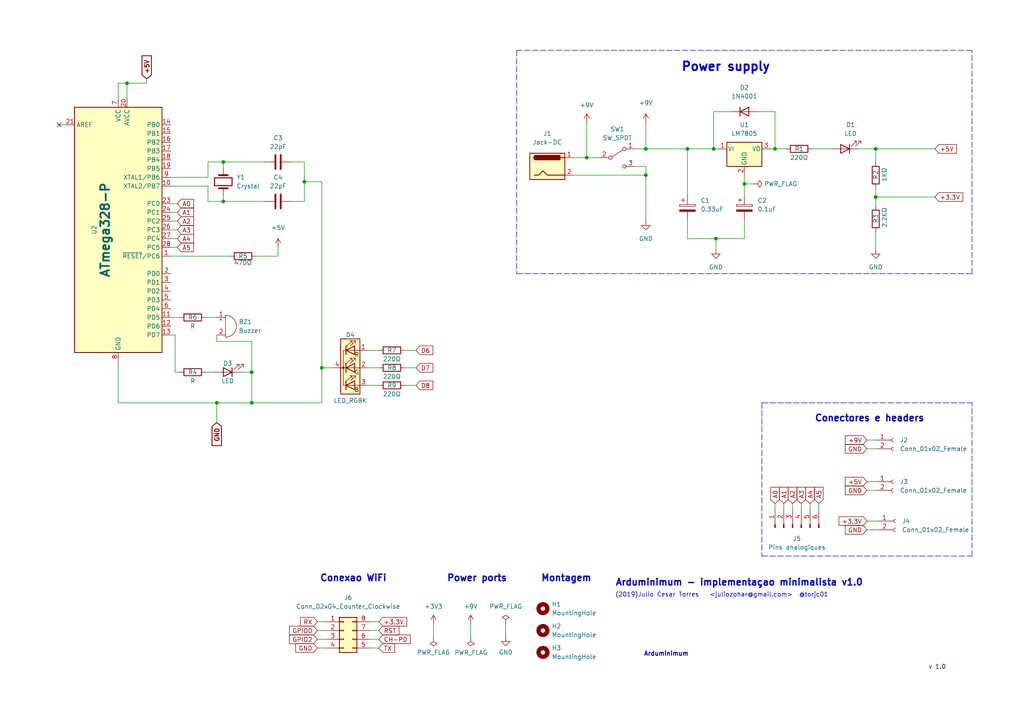
<source format=kicad_sch>
(kicad_sch (version 20211123) (generator eeschema)
  (paper "A4")
  (lib_symbols
    (symbol "Connector:Conn_01x02_Female" (pin_names (offset 1.016) hide)
      (property "Reference" "J" (at 0 2.54 0))
      (property "Value" "Conn_01x02_Female" (at 0 -5.08 0))
      (symbol "Conn_01x02_Female_1_1"
        (arc (start 0 -2.032) (mid -0.508 -2.54) (end 0 -3.048) (stroke (width 0.1524)))
        (polyline (pts (xy -1.27 -2.54) (xy -0.508 -2.54)) (stroke (width 0.1524)))
        (polyline (pts (xy -1.27 0) (xy -0.508 0)) (stroke (width 0.1524)))
        (arc (start 0 0.508) (mid -0.508 0) (end 0 -0.508) (stroke (width 0.1524)))
        (pin passive line (at -5.08 0 0) (length 3.81) (name "Pin_1") (number "1"))
        (pin passive line (at -5.08 -2.54 0) (length 3.81) (name "Pin_2") (number "2"))
      )
    )
    (symbol "Connector:Conn_01x06_Male" (pin_names (offset 1.016) hide)
      (property "Reference" "J" (at 0 7.62 0))
      (property "Value" "Conn_01x06_Male" (at 0 -10.16 0))
      (symbol "Conn_01x06_Male_1_1"
        (polyline (pts (xy 1.27 -7.62) (xy 0.8636 -7.62)) (stroke (width 0.1524)))
        (polyline (pts (xy 1.27 -5.08) (xy 0.8636 -5.08)) (stroke (width 0.1524)))
        (polyline (pts (xy 1.27 -2.54) (xy 0.8636 -2.54)) (stroke (width 0.1524)))
        (polyline (pts (xy 1.27 0) (xy 0.8636 0)) (stroke (width 0.1524)))
        (polyline (pts (xy 1.27 2.54) (xy 0.8636 2.54)) (stroke (width 0.1524)))
        (polyline (pts (xy 1.27 5.08) (xy 0.8636 5.08)) (stroke (width 0.1524)))
        (rectangle (start 0.8636 -7.493) (end 0 -7.747) (stroke (width 0.1524)) (fill (type outline)))
        (rectangle (start 0.8636 -4.953) (end 0 -5.207) (stroke (width 0.1524)) (fill (type outline)))
        (rectangle (start 0.8636 -2.413) (end 0 -2.667) (stroke (width 0.1524)) (fill (type outline)))
        (rectangle (start 0.8636 0.127) (end 0 -0.127) (stroke (width 0.1524)) (fill (type outline)))
        (rectangle (start 0.8636 2.667) (end 0 2.413) (stroke (width 0.1524)) (fill (type outline)))
        (rectangle (start 0.8636 5.207) (end 0 4.953) (stroke (width 0.1524)) (fill (type outline)))
        (pin passive line (at 5.08 5.08 180) (length 3.81) (name "Pin_1") (number "1"))
        (pin passive line (at 5.08 2.54 180) (length 3.81) (name "Pin_2") (number "2"))
        (pin passive line (at 5.08 0 180) (length 3.81) (name "Pin_3") (number "3"))
        (pin passive line (at 5.08 -2.54 180) (length 3.81) (name "Pin_4") (number "4"))
        (pin passive line (at 5.08 -5.08 180) (length 3.81) (name "Pin_5") (number "5"))
        (pin passive line (at 5.08 -7.62 180) (length 3.81) (name "Pin_6") (number "6"))
      )
    )
    (symbol "Connector:Jack-DC" (pin_names (offset 1.016))
      (property "Reference" "J" (at 0 5.334 0))
      (property "Value" "Jack-DC" (at 0 -5.08 0))
      (symbol "Jack-DC_0_1"
        (rectangle (start -5.08 3.81) (end 5.08 -3.81) (stroke (width 0.254)) (fill (type background)))
        (arc (start -3.302 3.175) (mid -3.937 2.54) (end -3.302 1.905) (stroke (width 0.254)))
        (arc (start -3.302 3.175) (mid -3.937 2.54) (end -3.302 1.905) (stroke (width 0.254)) (fill (type outline)))
        (polyline (pts (xy 5.08 2.54) (xy 3.81 2.54)) (stroke (width 0.254)))
        (polyline (pts (xy -3.81 -2.54) (xy -2.54 -2.54) (xy -1.27 -1.27) (xy 0 -2.54) (xy 2.54 -2.54) (xy 5.08 -2.54)) (stroke (width 0.254)))
        (rectangle (start 3.683 3.175) (end -3.302 1.905) (stroke (width 0.254)) (fill (type outline)))
      )
      (symbol "Jack-DC_1_1"
        (pin passive line (at 7.62 2.54 180) (length 2.54) (name "~") (number "1"))
        (pin passive line (at 7.62 -2.54 180) (length 2.54) (name "~") (number "2"))
      )
    )
    (symbol "Connector_Generic:Conn_02x04_Counter_Clockwise" (pin_names (offset 1.016) hide)
      (property "Reference" "J" (at 1.27 5.08 0))
      (property "Value" "Conn_02x04_Counter_Clockwise" (at 1.27 -7.62 0))
      (symbol "Conn_02x04_Counter_Clockwise_1_1"
        (rectangle (start -1.27 -4.953) (end 0 -5.207) (stroke (width 0.1524)))
        (rectangle (start -1.27 -2.413) (end 0 -2.667) (stroke (width 0.1524)))
        (rectangle (start -1.27 0.127) (end 0 -0.127) (stroke (width 0.1524)))
        (rectangle (start -1.27 2.667) (end 0 2.413) (stroke (width 0.1524)))
        (rectangle (start -1.27 3.81) (end 3.81 -6.35) (stroke (width 0.254)) (fill (type background)))
        (rectangle (start 3.81 -4.953) (end 2.54 -5.207) (stroke (width 0.1524)))
        (rectangle (start 3.81 -2.413) (end 2.54 -2.667) (stroke (width 0.1524)))
        (rectangle (start 3.81 0.127) (end 2.54 -0.127) (stroke (width 0.1524)))
        (rectangle (start 3.81 2.667) (end 2.54 2.413) (stroke (width 0.1524)))
        (pin passive line (at -5.08 2.54 0) (length 3.81) (name "Pin_1") (number "1"))
        (pin passive line (at -5.08 0 0) (length 3.81) (name "Pin_2") (number "2"))
        (pin passive line (at -5.08 -2.54 0) (length 3.81) (name "Pin_3") (number "3"))
        (pin passive line (at -5.08 -5.08 0) (length 3.81) (name "Pin_4") (number "4"))
        (pin passive line (at 7.62 -5.08 180) (length 3.81) (name "Pin_5") (number "5"))
        (pin passive line (at 7.62 -2.54 180) (length 3.81) (name "Pin_6") (number "6"))
        (pin passive line (at 7.62 0 180) (length 3.81) (name "Pin_7") (number "7"))
        (pin passive line (at 7.62 2.54 180) (length 3.81) (name "Pin_8") (number "8"))
      )
    )
    (symbol "Device:Buzzer" (pin_names (offset 0.0254) hide)
      (property "Reference" "BZ" (at 3.81 1.27 0))
      (property "Value" "Buzzer" (at 3.81 -1.27 0))
      (symbol "Buzzer_0_1"
        (arc (start 0 -3.175) (mid 3.175 0) (end 0 3.175))
        (polyline (pts (xy -1.651 1.905) (xy -1.143 1.905)))
        (polyline (pts (xy -1.397 2.159) (xy -1.397 1.651)))
        (polyline (pts (xy 0 3.175) (xy 0 -3.175)))
      )
      (symbol "Buzzer_1_1"
        (pin passive line (at -2.54 2.54 0) (length 2.54) (name "-") (number "1"))
        (pin passive line (at -2.54 -2.54 0) (length 2.54) (name "+") (number "2"))
      )
    )
    (symbol "Device:C" (pin_numbers hide) (pin_names (offset 0.254))
      (property "Reference" "C" (at 0.635 2.54 0))
      (property "Value" "C" (at 0.635 -2.54 0))
      (symbol "C_0_1"
        (polyline (pts (xy -2.032 -0.762) (xy 2.032 -0.762)) (stroke (width 0.508)))
        (polyline (pts (xy -2.032 0.762) (xy 2.032 0.762)) (stroke (width 0.508)))
      )
      (symbol "C_1_1"
        (pin passive line (at 0 3.81 270) (length 2.794) (name "~") (number "1"))
        (pin passive line (at 0 -3.81 90) (length 2.794) (name "~") (number "2"))
      )
    )
    (symbol "Device:C_Polarized" (pin_numbers hide) (pin_names (offset 0.254))
      (property "Reference" "C" (at 0.635 2.54 0))
      (property "Value" "C_Polarized" (at 0.635 -2.54 0))
      (symbol "C_Polarized_0_1"
        (rectangle (start -2.286 0.508) (end 2.286 1.016))
        (polyline (pts (xy -1.778 2.286) (xy -0.762 2.286)))
        (polyline (pts (xy -1.27 2.794) (xy -1.27 1.778)))
        (rectangle (start 2.286 -0.508) (end -2.286 -1.016) (fill (type outline)))
      )
      (symbol "C_Polarized_1_1"
        (pin passive line (at 0 3.81 270) (length 2.794) (name "~") (number "1"))
        (pin passive line (at 0 -3.81 90) (length 2.794) (name "~") (number "2"))
      )
    )
    (symbol "Device:Crystal" (pin_numbers hide) (pin_names (offset 1.016) hide)
      (property "Reference" "Y" (at 0 3.81 0))
      (property "Value" "Crystal" (at 0 -3.81 0))
      (symbol "Crystal_0_1"
        (rectangle (start -1.143 2.54) (end 1.143 -2.54) (stroke (width 0.3048)))
        (polyline (pts (xy -2.54 0) (xy -1.905 0)))
        (polyline (pts (xy -1.905 -1.27) (xy -1.905 1.27)) (stroke (width 0.508)))
        (polyline (pts (xy 1.905 -1.27) (xy 1.905 1.27)) (stroke (width 0.508)))
        (polyline (pts (xy 2.54 0) (xy 1.905 0)))
      )
      (symbol "Crystal_1_1"
        (pin passive line (at -3.81 0 0) (length 1.27) (name "1") (number "1"))
        (pin passive line (at 3.81 0 180) (length 1.27) (name "2") (number "2"))
      )
    )
    (symbol "Device:LED" (pin_numbers hide) (pin_names (offset 1.016) hide)
      (property "Reference" "D" (at 0 2.54 0))
      (property "Value" "LED" (at 0 -2.54 0))
      (symbol "LED_0_1"
        (polyline (pts (xy -1.27 -1.27) (xy -1.27 1.27)) (stroke (width 0.254)))
        (polyline (pts (xy -1.27 0) (xy 1.27 0)))
        (polyline (pts (xy 1.27 -1.27) (xy 1.27 1.27) (xy -1.27 0) (xy 1.27 -1.27)) (stroke (width 0.254)))
        (polyline (pts (xy -3.048 -0.762) (xy -4.572 -2.286) (xy -3.81 -2.286) (xy -4.572 -2.286) (xy -4.572 -1.524)))
        (polyline (pts (xy -1.778 -0.762) (xy -3.302 -2.286) (xy -2.54 -2.286) (xy -3.302 -2.286) (xy -3.302 -1.524)))
      )
      (symbol "LED_1_1"
        (pin passive line (at -3.81 0 0) (length 2.54) (name "K") (number "1"))
        (pin passive line (at 3.81 0 180) (length 2.54) (name "A") (number "2"))
      )
    )
    (symbol "Device:LED_RGBK" (pin_names (offset 0) hide)
      (property "Reference" "D" (at 0 9.398 0))
      (property "Value" "LED_RGBK" (at 0 -8.89 0))
      (symbol "LED_RGBK_0_0"
        (text "B" (at 1.905 -6.35 0) (effects (font (size 1.27 1.27))))
        (text "G" (at 1.905 -1.27 0) (effects (font (size 1.27 1.27))))
        (text "R" (at 1.905 3.81 0) (effects (font (size 1.27 1.27))))
      )
      (symbol "LED_RGBK_0_1"
        (circle (center -2.032 0) (radius 0.254) (fill (type outline)))
        (polyline (pts (xy -1.27 -5.08) (xy 1.27 -5.08)))
        (polyline (pts (xy -1.27 -3.81) (xy -1.27 -6.35)) (stroke (width 0.254)))
        (polyline (pts (xy -1.27 0) (xy -2.54 0)))
        (polyline (pts (xy -1.27 1.27) (xy -1.27 -1.27)) (stroke (width 0.254)))
        (polyline (pts (xy -1.27 5.08) (xy 1.27 5.08)))
        (polyline (pts (xy -1.27 6.35) (xy -1.27 3.81)) (stroke (width 0.254)))
        (polyline (pts (xy 1.27 -5.08) (xy 2.54 -5.08)))
        (polyline (pts (xy 1.27 0) (xy -1.27 0)))
        (polyline (pts (xy 1.27 0) (xy 2.54 0)))
        (polyline (pts (xy 1.27 5.08) (xy 2.54 5.08)))
        (polyline (pts (xy -1.27 1.27) (xy -1.27 -1.27) (xy -1.27 -1.27)))
        (polyline (pts (xy -1.27 6.35) (xy -1.27 3.81) (xy -1.27 3.81)))
        (polyline (pts (xy -1.27 5.08) (xy -2.032 5.08) (xy -2.032 -5.08) (xy -1.016 -5.08)))
        (polyline (pts (xy 1.27 -3.81) (xy 1.27 -6.35) (xy -1.27 -5.08) (xy 1.27 -3.81)) (stroke (width 0.254)))
        (polyline (pts (xy 1.27 1.27) (xy 1.27 -1.27) (xy -1.27 0) (xy 1.27 1.27)) (stroke (width 0.254)))
        (polyline (pts (xy 1.27 6.35) (xy 1.27 3.81) (xy -1.27 5.08) (xy 1.27 6.35)) (stroke (width 0.254)))
        (polyline (pts (xy -1.016 -3.81) (xy 0.508 -2.286) (xy -0.254 -2.286) (xy 0.508 -2.286) (xy 0.508 -3.048)))
        (polyline (pts (xy -1.016 1.27) (xy 0.508 2.794) (xy -0.254 2.794) (xy 0.508 2.794) (xy 0.508 2.032)))
        (polyline (pts (xy -1.016 6.35) (xy 0.508 7.874) (xy -0.254 7.874) (xy 0.508 7.874) (xy 0.508 7.112)))
        (polyline (pts (xy 0 -3.81) (xy 1.524 -2.286) (xy 0.762 -2.286) (xy 1.524 -2.286) (xy 1.524 -3.048)))
        (polyline (pts (xy 0 1.27) (xy 1.524 2.794) (xy 0.762 2.794) (xy 1.524 2.794) (xy 1.524 2.032)))
        (polyline (pts (xy 0 6.35) (xy 1.524 7.874) (xy 0.762 7.874) (xy 1.524 7.874) (xy 1.524 7.112)))
        (rectangle (start 1.27 -1.27) (end 1.27 1.27))
        (rectangle (start 1.27 1.27) (end 1.27 1.27))
        (rectangle (start 1.27 3.81) (end 1.27 6.35))
        (rectangle (start 1.27 6.35) (end 1.27 6.35))
        (rectangle (start 2.794 8.382) (end -2.794 -7.62) (stroke (width 0.254)) (fill (type background)))
      )
      (symbol "LED_RGBK_1_1"
        (pin passive line (at 5.08 5.08 180) (length 2.54) (name "RA") (number "1"))
        (pin passive line (at 5.08 0 180) (length 2.54) (name "GA") (number "2"))
        (pin passive line (at 5.08 -5.08 180) (length 2.54) (name "BA") (number "3"))
        (pin passive line (at -5.08 0 0) (length 2.54) (name "K") (number "4"))
      )
    )
    (symbol "Device:R" (pin_numbers hide) (pin_names (offset 0))
      (property "Reference" "R" (at 2.032 0 90))
      (property "Value" "R" (at 0 0 90))
      (symbol "R_0_1"
        (rectangle (start -1.016 -2.54) (end 1.016 2.54) (stroke (width 0.254)))
      )
      (symbol "R_1_1"
        (pin passive line (at 0 3.81 270) (length 1.27) (name "~") (number "1"))
        (pin passive line (at 0 -3.81 90) (length 1.27) (name "~") (number "2"))
      )
    )
    (symbol "Diode:1N4001" (pin_numbers hide) (pin_names (offset 1.016) hide)
      (property "Reference" "D" (at 0 2.54 0))
      (property "Value" "1N4001" (at 0 -2.54 0))
      (symbol "1N4001_0_1"
        (polyline (pts (xy -1.27 1.27) (xy -1.27 -1.27)) (stroke (width 0.254)))
        (polyline (pts (xy 1.27 0) (xy -1.27 0)))
        (polyline (pts (xy 1.27 1.27) (xy 1.27 -1.27) (xy -1.27 0) (xy 1.27 1.27)) (stroke (width 0.254)))
      )
      (symbol "1N4001_1_1"
        (pin passive line (at -3.81 0 0) (length 2.54) (name "K") (number "1"))
        (pin passive line (at 3.81 0 180) (length 2.54) (name "A") (number "2"))
      )
    )
    (symbol "MCU_Microchip_ATmega:ATmega328-P"
      (property "Reference" "U" (at -12.7 36.83 0))
      (property "Value" "ATmega328-P" (at 2.54 -36.83 0))
      (symbol "ATmega328-P_0_1"
        (rectangle (start -12.7 -35.56) (end 12.7 35.56) (stroke (width 0.254)) (fill (type background)))
      )
      (symbol "ATmega328-P_1_1"
        (pin bidirectional line (at 15.24 -7.62 180) (length 2.54) (name "~{RESET}/PC6") (number "1"))
        (pin bidirectional line (at 15.24 12.7 180) (length 2.54) (name "XTAL2/PB7") (number "10"))
        (pin bidirectional line (at 15.24 -25.4 180) (length 2.54) (name "PD5") (number "11"))
        (pin bidirectional line (at 15.24 -27.94 180) (length 2.54) (name "PD6") (number "12"))
        (pin bidirectional line (at 15.24 -30.48 180) (length 2.54) (name "PD7") (number "13"))
        (pin bidirectional line (at 15.24 30.48 180) (length 2.54) (name "PB0") (number "14"))
        (pin bidirectional line (at 15.24 27.94 180) (length 2.54) (name "PB1") (number "15"))
        (pin bidirectional line (at 15.24 25.4 180) (length 2.54) (name "PB2") (number "16"))
        (pin bidirectional line (at 15.24 22.86 180) (length 2.54) (name "PB3") (number "17"))
        (pin bidirectional line (at 15.24 20.32 180) (length 2.54) (name "PB4") (number "18"))
        (pin bidirectional line (at 15.24 17.78 180) (length 2.54) (name "PB5") (number "19"))
        (pin bidirectional line (at 15.24 -12.7 180) (length 2.54) (name "PD0") (number "2"))
        (pin power_in line (at 2.54 38.1 270) (length 2.54) (name "AVCC") (number "20"))
        (pin passive line (at -15.24 30.48 0) (length 2.54) (name "AREF") (number "21"))
        (pin passive line (at 0 -38.1 90) (length 2.54) hide (name "GND") (number "22"))
        (pin bidirectional line (at 15.24 7.62 180) (length 2.54) (name "PC0") (number "23"))
        (pin bidirectional line (at 15.24 5.08 180) (length 2.54) (name "PC1") (number "24"))
        (pin bidirectional line (at 15.24 2.54 180) (length 2.54) (name "PC2") (number "25"))
        (pin bidirectional line (at 15.24 0 180) (length 2.54) (name "PC3") (number "26"))
        (pin bidirectional line (at 15.24 -2.54 180) (length 2.54) (name "PC4") (number "27"))
        (pin bidirectional line (at 15.24 -5.08 180) (length 2.54) (name "PC5") (number "28"))
        (pin bidirectional line (at 15.24 -15.24 180) (length 2.54) (name "PD1") (number "3"))
        (pin bidirectional line (at 15.24 -17.78 180) (length 2.54) (name "PD2") (number "4"))
        (pin bidirectional line (at 15.24 -20.32 180) (length 2.54) (name "PD3") (number "5"))
        (pin bidirectional line (at 15.24 -22.86 180) (length 2.54) (name "PD4") (number "6"))
        (pin power_in line (at 0 38.1 270) (length 2.54) (name "VCC") (number "7"))
        (pin power_in line (at 0 -38.1 90) (length 2.54) (name "GND") (number "8"))
        (pin bidirectional line (at 15.24 15.24 180) (length 2.54) (name "XTAL1/PB6") (number "9"))
      )
    )
    (symbol "Mechanical:MountingHole" (pin_names (offset 1.016))
      (property "Reference" "H" (at 0 5.08 0))
      (property "Value" "MountingHole" (at 0 3.175 0))
      (symbol "MountingHole_0_1"
        (circle (center 0 0) (radius 1.27) (stroke (width 1.27)))
      )
    )
    (symbol "Regulator_Linear:LM7805_TO220" (pin_names (offset 0.254))
      (property "Reference" "U" (at -3.81 3.175 0))
      (property "Value" "LM7805_TO220" (at 0 3.175 0))
      (symbol "LM7805_TO220_0_1"
        (rectangle (start -5.08 1.905) (end 5.08 -5.08) (stroke (width 0.254)) (fill (type background)))
      )
      (symbol "LM7805_TO220_1_1"
        (pin power_in line (at -7.62 0 0) (length 2.54) (name "VI") (number "1"))
        (pin power_in line (at 0 -7.62 90) (length 2.54) (name "GND") (number "2"))
        (pin power_out line (at 7.62 0 180) (length 2.54) (name "VO") (number "3"))
      )
    )
    (symbol "Switch:SW_SPDT" (pin_names (offset 0) hide)
      (property "Reference" "SW" (at 0 4.318 0))
      (property "Value" "SW_SPDT" (at 0 -5.08 0))
      (symbol "SW_SPDT_0_0"
        (circle (center -2.032 0) (radius 0.508))
        (circle (center 2.032 -2.54) (radius 0.508))
      )
      (symbol "SW_SPDT_0_1"
        (polyline (pts (xy -1.524 0.254) (xy 1.651 2.286)))
        (circle (center 2.032 2.54) (radius 0.508))
      )
      (symbol "SW_SPDT_1_1"
        (pin passive line (at 5.08 2.54 180) (length 2.54) (name "A") (number "1"))
        (pin passive line (at -5.08 0 0) (length 2.54) (name "B") (number "2"))
        (pin passive line (at 5.08 -2.54 180) (length 2.54) (name "C") (number "3"))
      )
    )
    (symbol "power:+3.3V" (power) (pin_names (offset 0))
      (property "Value" "+3.3V" (at 0 3.556 0))
      (symbol "+3.3V_0_1"
        (polyline (pts (xy -0.762 1.27) (xy 0 2.54)))
        (polyline (pts (xy 0 0) (xy 0 2.54)))
        (polyline (pts (xy 0 2.54) (xy 0.762 1.27)))
      )
      (symbol "+3.3V_1_1"
        (pin power_in line (at 0 0 90) (length 0) hide (name "+3V3") (number "1"))
      )
    )
    (symbol "power:+5V" (power) (pin_names (offset 0))
      (property "Value" "+5V" (at 0 3.556 0))
      (symbol "+5V_0_1"
        (polyline (pts (xy -0.762 1.27) (xy 0 2.54)))
        (polyline (pts (xy 0 0) (xy 0 2.54)))
        (polyline (pts (xy 0 2.54) (xy 0.762 1.27)))
      )
      (symbol "+5V_1_1"
        (pin power_in line (at 0 0 90) (length 0) hide (name "+5V") (number "1"))
      )
    )
    (symbol "power:+9V" (power) (pin_names (offset 0))
      (property "Value" "+9V" (at 0 3.556 0))
      (symbol "+9V_0_1"
        (polyline (pts (xy -0.762 1.27) (xy 0 2.54)))
        (polyline (pts (xy 0 0) (xy 0 2.54)))
        (polyline (pts (xy 0 2.54) (xy 0.762 1.27)))
      )
      (symbol "+9V_1_1"
        (pin power_in line (at 0 0 90) (length 0) hide (name "+9V") (number "1"))
      )
    )
    (symbol "power:GND" (power) (pin_names (offset 0))
      (property "Value" "GND" (at 0 -3.81 0))
      (symbol "GND_0_1"
        (polyline (pts (xy 0 0) (xy 0 -1.27) (xy 1.27 -1.27) (xy 0 -2.54) (xy -1.27 -1.27) (xy 0 -1.27)))
      )
      (symbol "GND_1_1"
        (pin power_in line (at 0 0 270) (length 0) hide (name "GND") (number "1"))
      )
    )
    (symbol "power:PWR_FLAG" (power) (pin_numbers hide) (pin_names (offset 0) hide)
      (property "Value" "PWR_FLAG" (at 0 3.81 0))
      (symbol "PWR_FLAG_0_0"
        (pin power_out line (at 0 0 90) (length 0) (name "pwr") (number "1"))
      )
      (symbol "PWR_FLAG_0_1"
        (polyline (pts (xy 0 0) (xy 0 1.27) (xy -1.016 1.905) (xy 0 2.54) (xy 1.016 1.905) (xy 0 1.27)))
      )
    )
  )
  (junction (at 73.025 116.84))
  (junction (at 224.79 43.18))
  (junction (at 36.83 24.13))
  (junction (at 207.645 69.215))
  (junction (at 199.39 43.18))
  (junction (at 207.01 43.18))
  (junction (at 64.77 46.99))
  (junction (at 254 57.15))
  (junction (at 73.025 107.95))
  (junction (at 254 43.18))
  (junction (at 187.325 50.8))
  (junction (at 187.325 43.18))
  (junction (at 170.18 45.72))
  (junction (at 215.9 53.34))
  (junction (at 93.345 106.68))
  (junction (at 64.77 58.42))
  (junction (at 88.265 52.705))
  (junction (at 62.865 116.84))
  (no_connect (at 17.145 36.195))
  (wire (pts (xy 251.46 153.67) (xy 254.635 153.67)))
  (wire (pts (xy 52.07 107.95) (xy 50.8 107.95)))
  (wire (pts (xy 64.77 46.99) (xy 64.77 48.895)))
  (wire (pts (xy 34.29 28.575) (xy 34.29 24.13)))
  (wire (pts (xy 224.79 32.385) (xy 224.79 43.18)))
  (wire (pts (xy 49.53 69.215) (xy 51.435 69.215)))
  (wire (pts (xy 64.77 56.515) (xy 64.77 58.42)))
  (wire (pts (xy 49.53 51.435) (xy 60.325 51.435)))
  (wire (pts (xy 219.71 32.385) (xy 224.79 32.385)))
  (wire (pts (xy 50.8 107.95) (xy 50.8 97.155)))
  (wire (pts (xy 136.525 180.975) (xy 136.525 184.785)))
  (wire (pts (xy 92.075 180.34) (xy 94.615 180.34)))
  (wire (pts (xy 69.85 107.95) (xy 73.025 107.95)))
  (wire (pts (xy 49.53 59.055) (xy 51.435 59.055)))
  (polyline (pts (xy 281.94 161.29) (xy 281.94 116.84)))
  (wire (pts (xy 88.265 52.705) (xy 88.265 58.42)))
  (wire (pts (xy 187.325 35.56) (xy 187.325 43.18)))
  (wire (pts (xy 254 67.31) (xy 254 72.39)))
  (wire (pts (xy 251.46 127.635) (xy 254 127.635)))
  (wire (pts (xy 59.69 107.95) (xy 62.23 107.95)))
  (wire (pts (xy 166.37 50.8) (xy 187.325 50.8)))
  (wire (pts (xy 42.545 22.86) (xy 42.545 24.13)))
  (wire (pts (xy 229.87 146.05) (xy 229.87 147.955)))
  (wire (pts (xy 93.345 52.705) (xy 93.345 106.68)))
  (wire (pts (xy 93.345 106.68) (xy 93.345 116.84)))
  (wire (pts (xy 254 43.18) (xy 271.145 43.18)))
  (wire (pts (xy 60.325 58.42) (xy 64.77 58.42)))
  (wire (pts (xy 170.18 45.72) (xy 173.99 45.72)))
  (wire (pts (xy 49.53 66.675) (xy 51.435 66.675)))
  (wire (pts (xy 49.53 71.755) (xy 51.435 71.755)))
  (wire (pts (xy 62.865 116.84) (xy 62.865 122.555)))
  (wire (pts (xy 76.835 46.99) (xy 64.77 46.99)))
  (wire (pts (xy 251.46 151.13) (xy 254.635 151.13)))
  (polyline (pts (xy 149.86 14.605) (xy 149.86 79.375)))
  (wire (pts (xy 207.645 69.215) (xy 215.9 69.215)))
  (wire (pts (xy 251.46 142.24) (xy 254 142.24)))
  (wire (pts (xy 73.025 107.95) (xy 73.025 116.84)))
  (wire (pts (xy 254 54.61) (xy 254 57.15)))
  (wire (pts (xy 50.8 97.155) (xy 49.53 97.155)))
  (wire (pts (xy 232.41 146.05) (xy 232.41 147.955)))
  (wire (pts (xy 117.475 101.6) (xy 120.65 101.6)))
  (wire (pts (xy 49.53 92.075) (xy 52.07 92.075)))
  (wire (pts (xy 92.075 187.96) (xy 94.615 187.96)))
  (wire (pts (xy 59.69 92.075) (xy 62.865 92.075)))
  (wire (pts (xy 88.265 46.99) (xy 88.265 52.705)))
  (wire (pts (xy 207.645 69.215) (xy 207.645 72.39)))
  (wire (pts (xy 199.39 43.18) (xy 207.01 43.18)))
  (wire (pts (xy 207.01 32.385) (xy 207.01 43.18)))
  (wire (pts (xy 107.315 187.96) (xy 109.855 187.96)))
  (wire (pts (xy 254 57.15) (xy 271.145 57.15)))
  (wire (pts (xy 117.475 106.68) (xy 120.65 106.68)))
  (wire (pts (xy 224.79 146.05) (xy 224.79 147.955)))
  (wire (pts (xy 248.92 43.18) (xy 254 43.18)))
  (wire (pts (xy 187.325 43.18) (xy 199.39 43.18)))
  (wire (pts (xy 215.9 64.135) (xy 215.9 69.215)))
  (wire (pts (xy 215.9 53.34) (xy 215.9 56.515)))
  (wire (pts (xy 64.77 58.42) (xy 76.835 58.42)))
  (wire (pts (xy 224.79 43.18) (xy 227.965 43.18)))
  (wire (pts (xy 62.865 116.84) (xy 73.025 116.84)))
  (wire (pts (xy 49.53 53.975) (xy 60.325 53.975)))
  (wire (pts (xy 84.455 58.42) (xy 88.265 58.42)))
  (wire (pts (xy 17.145 36.195) (xy 19.05 36.195)))
  (wire (pts (xy 73.025 99.06) (xy 73.025 107.95)))
  (wire (pts (xy 184.15 48.26) (xy 187.325 48.26)))
  (wire (pts (xy 93.345 52.705) (xy 88.265 52.705)))
  (wire (pts (xy 187.325 48.26) (xy 187.325 50.8)))
  (wire (pts (xy 199.39 43.18) (xy 199.39 56.515)))
  (wire (pts (xy 207.01 43.18) (xy 208.28 43.18)))
  (wire (pts (xy 170.18 35.56) (xy 170.18 45.72)))
  (wire (pts (xy 227.33 146.05) (xy 227.33 147.955)))
  (wire (pts (xy 60.325 53.975) (xy 60.325 58.42)))
  (wire (pts (xy 34.29 104.775) (xy 34.29 116.84)))
  (wire (pts (xy 74.295 74.295) (xy 80.645 74.295)))
  (wire (pts (xy 107.315 182.88) (xy 109.855 182.88)))
  (wire (pts (xy 184.15 43.18) (xy 187.325 43.18)))
  (polyline (pts (xy 220.98 116.84) (xy 220.98 161.29)))
  (wire (pts (xy 106.68 101.6) (xy 109.855 101.6)))
  (wire (pts (xy 34.29 24.13) (xy 36.83 24.13)))
  (wire (pts (xy 49.53 64.135) (xy 51.435 64.135)))
  (wire (pts (xy 199.39 64.135) (xy 199.39 69.215)))
  (wire (pts (xy 92.075 185.42) (xy 94.615 185.42)))
  (wire (pts (xy 34.29 116.84) (xy 62.865 116.84)))
  (wire (pts (xy 117.475 111.76) (xy 120.65 111.76)))
  (wire (pts (xy 237.49 146.05) (xy 237.49 147.955)))
  (wire (pts (xy 125.73 180.975) (xy 125.73 184.785)))
  (wire (pts (xy 62.865 99.06) (xy 73.025 99.06)))
  (wire (pts (xy 62.865 97.155) (xy 62.865 99.06)))
  (wire (pts (xy 107.315 185.42) (xy 109.855 185.42)))
  (wire (pts (xy 84.455 46.99) (xy 88.265 46.99)))
  (wire (pts (xy 235.585 43.18) (xy 241.3 43.18)))
  (wire (pts (xy 187.325 50.8) (xy 187.325 64.135)))
  (wire (pts (xy 166.37 45.72) (xy 170.18 45.72)))
  (polyline (pts (xy 149.86 14.605) (xy 281.94 14.605)))
  (wire (pts (xy 212.09 32.385) (xy 207.01 32.385)))
  (wire (pts (xy 49.53 74.295) (xy 66.675 74.295)))
  (wire (pts (xy 80.645 71.755) (xy 80.645 74.295)))
  (wire (pts (xy 36.83 24.13) (xy 42.545 24.13)))
  (wire (pts (xy 93.345 106.68) (xy 96.52 106.68)))
  (polyline (pts (xy 220.98 161.29) (xy 281.94 161.29)))
  (wire (pts (xy 199.39 69.215) (xy 207.645 69.215)))
  (wire (pts (xy 251.46 130.175) (xy 254 130.175)))
  (wire (pts (xy 92.075 182.88) (xy 94.615 182.88)))
  (wire (pts (xy 251.46 139.7) (xy 254 139.7)))
  (wire (pts (xy 49.53 61.595) (xy 51.435 61.595)))
  (wire (pts (xy 107.315 180.34) (xy 109.855 180.34)))
  (wire (pts (xy 106.68 111.76) (xy 109.855 111.76)))
  (wire (pts (xy 223.52 43.18) (xy 224.79 43.18)))
  (polyline (pts (xy 220.98 116.84) (xy 281.94 116.84)))
  (wire (pts (xy 254 57.15) (xy 254 59.69)))
  (wire (pts (xy 254 43.18) (xy 254 46.99)))
  (wire (pts (xy 215.9 50.8) (xy 215.9 53.34)))
  (polyline (pts (xy 281.94 79.375) (xy 281.94 14.605)))
  (wire (pts (xy 234.95 146.05) (xy 234.95 147.955)))
  (wire (pts (xy 215.9 53.34) (xy 218.44 53.34)))
  (wire (pts (xy 106.68 106.68) (xy 109.855 106.68)))
  (polyline (pts (xy 149.86 79.375) (xy 281.94 79.375)))
  (wire (pts (xy 64.77 46.99) (xy 60.325 46.99)))
  (wire (pts (xy 60.325 46.99) (xy 60.325 51.435)))
  (wire (pts (xy 146.685 180.975) (xy 146.685 184.785)))
  (wire (pts (xy 36.83 24.13) (xy 36.83 28.575)))
  (wire (pts (xy 73.025 116.84) (xy 93.345 116.84)))
  (text "<juliozohar@gmail.com>  @torjc01" (at 205.74 173.355 0) (effects (font (size 1.27 1.27)) (justify left bottom)))
  (text "Power ports" (at 129.54 168.91 0) (effects (font (size 1.905 1.905) (thickness 0.381) bold) (justify left bottom)))
  (text "Power supply" (at 197.485 20.955 0) (effects (font (size 2.54 2.54) bold) (justify left bottom)))
  (text "Conectores e headers" (at 236.22 122.555 0) (effects (font (size 1.905 1.905) (thickness 0.381) bold) (justify left bottom)))
  (text "Montagem" (at 156.845 168.91 0) (effects (font (size 1.905 1.905) (thickness 0.381) bold) (justify left bottom)))
  (text "Arduminimum" (at 186.69 190.5 0) (effects (font (size 1.27 1.27) bold) (justify left bottom)))
  (text "v 1.0" (at 269.24 194.31 0) (effects (font (size 1.27 1.27)) (justify left bottom)))
  (text "Arduminimum - implementaçao minimalista v1.0" (at 178.435 170.18 0) (effects (font (size 1.905 1.905) (thickness 0.381) bold) (justify left bottom)))
  (text "Conexao WiFi" (at 92.71 168.91 0) (effects (font (size 1.905 1.905) (thickness 0.381) bold) (justify left bottom)))
  (text "(2019)Julio Cesar Torres " (at 178.435 173.355 0) (effects (font (size 1.27 1.27)) (justify left bottom)))
  (global_label "A1" (shape input) (at 227.33 146.05 90) (property "Intersheet References" "${INTERSHEET_REFS}" (effects hide)))
  (global_label "GND" (shape input) (at 251.46 142.24 180) (property "Intersheet References" "${INTERSHEET_REFS}" (effects hide)))
  (global_label "+3.3V" (shape input) (at 109.855 180.34 0) (property "Intersheet References" "${INTERSHEET_REFS}" (effects hide)))
  (global_label "A0" (shape input) (at 224.79 146.05 90) (property "Intersheet References" "${INTERSHEET_REFS}" (effects hide)))
  (global_label "+9V" (shape input) (at 251.46 127.635 180) (property "Intersheet References" "${INTERSHEET_REFS}" (effects hide)))
  (global_label "+5V" (shape input) (at 42.545 22.86 90) (effects (font bold)) (property "Intersheet References" "${INTERSHEET_REFS}" (effects hide)))
  (global_label "CH-PD" (shape input) (at 109.855 185.42 0) (property "Intersheet References" "${INTERSHEET_REFS}" (effects hide)))
  (global_label "+5V" (shape input) (at 271.145 43.18 0) (property "Intersheet References" "${INTERSHEET_REFS}" (effects hide)))
  (global_label "GND" (shape input) (at 62.865 122.555 270) (effects (font bold)) (property "Intersheet References" "${INTERSHEET_REFS}" (effects hide)))
  (global_label "A3" (shape input) (at 51.435 66.675 0) (property "Intersheet References" "${INTERSHEET_REFS}" (effects hide)))
  (global_label "A4" (shape input) (at 51.435 69.215 0) (property "Intersheet References" "${INTERSHEET_REFS}" (effects hide)))
  (global_label "GND" (shape input) (at 92.075 187.96 180) (property "Intersheet References" "${INTERSHEET_REFS}" (effects hide)))
  (global_label "A4" (shape input) (at 234.95 146.05 90) (property "Intersheet References" "${INTERSHEET_REFS}" (effects hide)))
  (global_label "A1" (shape input) (at 51.435 61.595 0) (property "Intersheet References" "${INTERSHEET_REFS}" (effects hide)))
  (global_label "RX" (shape input) (at 92.075 180.34 180) (property "Intersheet References" "${INTERSHEET_REFS}" (effects hide)))
  (global_label "+5V" (shape input) (at 251.46 139.7 180) (property "Intersheet References" "${INTERSHEET_REFS}" (effects hide)))
  (global_label "RST" (shape input) (at 109.855 182.88 0) (property "Intersheet References" "${INTERSHEET_REFS}" (effects hide)))
  (global_label "A0" (shape input) (at 51.435 59.055 0) (property "Intersheet References" "${INTERSHEET_REFS}" (effects hide)))
  (global_label "A2" (shape input) (at 229.87 146.05 90) (property "Intersheet References" "${INTERSHEET_REFS}" (effects hide)))
  (global_label "A5" (shape input) (at 51.435 71.755 0) (property "Intersheet References" "${INTERSHEET_REFS}" (effects hide)))
  (global_label "GND" (shape input) (at 251.46 130.175 180) (property "Intersheet References" "${INTERSHEET_REFS}" (effects hide)))
  (global_label "D7" (shape input) (at 120.65 106.68 0) (property "Intersheet References" "${INTERSHEET_REFS}" (effects hide)))
  (global_label "+3.3V" (shape input) (at 251.46 151.13 180) (property "Intersheet References" "${INTERSHEET_REFS}" (effects hide)))
  (global_label "D8" (shape input) (at 120.65 111.76 0) (property "Intersheet References" "${INTERSHEET_REFS}" (effects hide)))
  (global_label "GND" (shape input) (at 251.46 153.67 180) (property "Intersheet References" "${INTERSHEET_REFS}" (effects hide)))
  (global_label "A2" (shape input) (at 51.435 64.135 0) (property "Intersheet References" "${INTERSHEET_REFS}" (effects hide)))
  (global_label "+3.3V" (shape input) (at 271.145 57.15 0) (property "Intersheet References" "${INTERSHEET_REFS}" (effects hide)))
  (global_label "D6" (shape input) (at 120.65 101.6 0) (property "Intersheet References" "${INTERSHEET_REFS}" (effects hide)))
  (global_label "A5" (shape input) (at 237.49 146.05 90) (property "Intersheet References" "${INTERSHEET_REFS}" (effects hide)))
  (global_label "TX" (shape input) (at 109.855 187.96 0) (property "Intersheet References" "${INTERSHEET_REFS}" (effects hide)))
  (global_label "A3" (shape input) (at 232.41 146.05 90) (property "Intersheet References" "${INTERSHEET_REFS}" (effects hide)))
  (global_label "GPIO2" (shape input) (at 92.075 185.42 180) (property "Intersheet References" "${INTERSHEET_REFS}" (effects hide)))
  (global_label "GPIO0" (shape input) (at 92.075 182.88 180) (property "Intersheet References" "${INTERSHEET_REFS}" (effects hide)))
  (symbol (lib_id "Device:C_Polarized") (at 215.9 60.325 0) (unit 1)
    (property "Reference" "C2" (at 219.71 58.1659 0) (effects (justify left)))
    (property "Value" "0.1uF" (at 219.71 60.7059 0) (effects (justify left)))
    (property "Footprint" "Capacitor_THT:CP_Radial_D5.0mm_P2.00mm" (effects hide))
  )
  (symbol (lib_id "power:PWR_FLAG") (at 218.44 53.34 270) (unit 1)
    (property "Reference" "#FLG0107" (effects hide))
    (property "Value" "PWR_FLAG" (at 221.615 53.3399 90) (effects (justify left)))
  )
  (symbol (lib_id "Connector:Conn_01x02_Female") (at 259.08 127.635 0) (unit 1)
    (property "Reference" "J2" (at 260.985 127.6349 0) (effects (justify left)))
    (property "Value" "Conn_01x02_Female" (at 260.985 130.1749 0) (effects (justify left)))
    (property "Footprint" "Connector_PinHeader_2.54mm:PinHeader_1x02_P2.54mm_Vertical" (effects hide))
  )
  (symbol (lib_id "power:+3.3V") (at 125.73 180.975 0) (unit 1)
    (property "Reference" "#PWR0103" (effects hide))
    (property "Value" "+3.3V" (at 125.73 175.895 0))
  )
  (symbol (lib_id "Regulator_Linear:LM7805_TO220") (at 215.9 43.18 0) (unit 1)
    (property "Reference" "U1" (at 215.9 36.195 0))
    (property "Value" "LM7805" (at 215.9 38.735 0))
    (property "Footprint" "Package_TO_SOT_THT:TO-220-3_Vertical" (effects hide))
    (property "Datasheet" "https://www.onsemi.cn/PowerSolutions/document/MC7800-D.PDF" (effects hide))
  )
  (symbol (lib_id "power:GND") (at 146.685 184.785 0) (unit 1)
    (property "Reference" "#PWR0102" (effects hide))
    (property "Value" "GND" (at 146.685 189.23 0))
  )
  (symbol (lib_id "power:GND") (at 207.645 72.39 0) (unit 1)
    (property "Reference" "#PWR03" (effects hide))
    (property "Value" "GND" (at 207.645 77.47 0))
  )
  (symbol (lib_id "Device:Buzzer") (at 65.405 94.615 0) (unit 1)
    (property "Reference" "BZ1" (at 69.215 93.3449 0) (effects (justify left)))
    (property "Value" "Buzzer" (at 69.215 95.8849 0) (effects (justify left)))
  )
  (symbol (lib_id "power:+5V") (at 80.645 71.755 0) (unit 1)
    (property "Reference" "#PWR05" (effects hide))
    (property "Value" "+5V" (at 80.645 66.04 0))
  )
  (symbol (lib_id "Connector_Generic:Conn_02x04_Counter_Clockwise") (at 99.695 182.88 0) (unit 1)
    (property "Reference" "J6" (at 100.965 173.355 0))
    (property "Value" "Conn_02x04_Counter_Clockwise" (at 100.965 175.895 0))
  )
  (symbol (lib_id "Device:R") (at 113.665 106.68 90) (unit 1)
    (property "Reference" "R8" (at 113.665 106.68 90))
    (property "Value" "220Ω" (at 113.665 109.22 90))
  )
  (symbol (lib_id "Device:Crystal") (at 64.77 52.705 90) (unit 1)
    (property "Reference" "Y1" (at 68.58 51.4349 90) (effects (justify right)))
    (property "Value" "Crystal" (at 68.58 53.9749 90) (effects (justify right)))
  )
  (symbol (lib_id "Device:R") (at 70.485 74.295 90) (unit 1)
    (property "Reference" "R5" (at 70.485 74.295 90))
    (property "Value" "470Ω" (at 70.485 76.2 90))
  )
  (symbol (lib_id "Device:R") (at 55.88 107.95 90) (unit 1)
    (property "Reference" "R4" (at 55.88 107.95 90))
    (property "Value" "R" (at 55.88 110.49 90))
  )
  (symbol (lib_id "Connector:Jack-DC") (at 158.75 48.26 0) (unit 1)
    (property "Reference" "J1" (at 158.75 38.735 0))
    (property "Value" "Jack-DC" (at 158.75 41.275 0))
    (property "Footprint" "Connector_BarrelJack:BarrelJack_Horizontal" (effects hide))
  )
  (symbol (lib_id "MCU_Microchip_ATmega:ATmega328-P") (at 34.29 66.675 0) (unit 1)
    (property "Reference" "U2" (at 27.305 66.675 90))
    (property "Value" "ATmega328-P" (at 30.48 66.675 90) (effects (font (size 2.54 2.54) bold)))
    (property "Footprint" "Package_DIP:DIP-28_W7.62mm" (effects hide))
    (property "Datasheet" "http://ww1.microchip.com/downloads/en/DeviceDoc/ATmega328_P%20AVR%20MCU%20with%20picoPower%20Technology%20Data%20Sheet%2040001984A.pdf" (effects hide))
  )
  (symbol (lib_id "Device:R") (at 55.88 92.075 90) (unit 1)
    (property "Reference" "R6" (at 55.88 92.075 90))
    (property "Value" "R" (at 55.88 94.615 90))
  )
  (symbol (lib_id "power:+9V") (at 187.325 35.56 0) (unit 1)
    (property "Reference" "#PWR0104" (effects hide))
    (property "Value" "+9V" (at 187.325 29.845 0))
  )
  (symbol (lib_id "Diode:1N4001") (at 215.9 32.385 0) (unit 1)
    (property "Reference" "D2" (at 215.9 25.4 0))
    (property "Value" "1N4001" (at 215.9 27.94 0))
    (property "Footprint" "Diode_THT:D_DO-41_SOD81_P10.16mm_Horizontal" (effects hide))
    (property "Datasheet" "http://www.vishay.com/docs/88503/1n4001.pdf" (effects hide))
  )
  (symbol (lib_id "Device:LED") (at 245.11 43.18 180) (unit 1)
    (property "Reference" "D1" (at 246.6975 36.195 0))
    (property "Value" "LED" (at 246.6975 38.735 0))
    (property "Footprint" "LED_THT:LED_D3.0mm" (effects hide))
  )
  (symbol (lib_id "Mechanical:MountingHole") (at 157.48 176.53 180) (unit 1)
    (property "Reference" "H1" (at 160.02 175.2599 0) (effects (justify right)))
    (property "Value" "MountingHole" (at 160.02 177.7999 0) (effects (justify right)))
    (property "Footprint" "MountingHole:MountingHole_2.2mm_M2_Pad_Via" (effects hide))
  )
  (symbol (lib_id "Device:C") (at 80.645 58.42 90) (unit 1)
    (property "Reference" "C4" (at 80.645 51.435 90))
    (property "Value" "22pF" (at 80.645 53.975 90))
  )
  (symbol (lib_id "power:PWR_FLAG") (at 136.525 184.785 180) (unit 1)
    (property "Reference" "#FLG0102" (effects hide))
    (property "Value" "PWR_FLAG" (at 131.7884 189.2835 0) (effects (justify right)))
  )
  (symbol (lib_id "Mechanical:MountingHole") (at 157.48 182.88 180) (unit 1)
    (property "Reference" "H2" (at 160.02 181.6099 0) (effects (justify right)))
    (property "Value" "MountingHole" (at 160.02 184.1499 0) (effects (justify right)))
    (property "Footprint" "MountingHole:MountingHole_2.2mm_M2_Pad_Via" (effects hide))
  )
  (symbol (lib_id "Device:R") (at 113.665 111.76 90) (unit 1)
    (property "Reference" "R9" (at 113.665 111.76 90))
    (property "Value" "220Ω" (at 113.665 114.3 90))
  )
  (symbol (lib_id "Device:LED_RGBK") (at 101.6 106.68 0) (unit 1)
    (property "Reference" "D4" (at 101.6 97.155 0))
    (property "Value" "LED_RGBK" (at 101.6 116.205 0))
    (property "Footprint" "LED_THT:LED_D5.0mm-4_RGB" (effects hide))
  )
  (symbol (lib_id "power:PWR_FLAG") (at 146.685 180.975 0) (unit 1)
    (property "Reference" "#FLG0101" (effects hide))
    (property "Value" "PWR_FLAG" (at 146.685 175.895 0))
  )
  (symbol (lib_id "power:GND") (at 254 72.39 0) (unit 1)
    (property "Reference" "#PWR04" (effects hide))
    (property "Value" "GND" (at 254 77.47 0))
  )
  (symbol (lib_id "Device:R") (at 254 63.5 0) (unit 1)
    (property "Reference" "R3" (at 254 64.77 90) (effects (justify left)))
    (property "Value" "2.2KΩ" (at 256.54 66.04 90) (effects (justify left)))
    (property "Footprint" "Resistor_THT:R_Axial_DIN0207_L6.3mm_D2.5mm_P10.16mm_Horizontal" (effects hide))
  )
  (symbol (lib_id "Connector:Conn_01x02_Female") (at 259.08 139.7 0) (unit 1)
    (property "Reference" "J3" (at 260.985 139.6999 0) (effects (justify left)))
    (property "Value" "Conn_01x02_Female" (at 260.985 142.2399 0) (effects (justify left)))
    (property "Footprint" "Connector_PinHeader_2.54mm:PinHeader_1x02_P2.54mm_Vertical" (effects hide))
  )
  (symbol (lib_id "Connector:Conn_01x02_Female") (at 259.715 151.13 0) (unit 1)
    (property "Reference" "J4" (at 261.62 151.1299 0) (effects (justify left)))
    (property "Value" "Conn_01x02_Female" (at 261.62 153.6699 0) (effects (justify left)))
    (property "Footprint" "Connector_PinHeader_2.54mm:PinHeader_1x02_P2.54mm_Vertical" (effects hide))
  )
  (symbol (lib_id "Switch:SW_SPDT") (at 179.07 45.72 0) (unit 1)
    (property "Reference" "SW1" (at 179.07 37.465 0))
    (property "Value" "SW_SPDT" (at 179.07 40.005 0))
    (property "Footprint" "Connector_PinHeader_2.54mm:PinHeader_1x03_P2.54mm_Vertical" (effects hide))
  )
  (symbol (lib_id "Device:C") (at 80.645 46.99 90) (unit 1)
    (property "Reference" "C3" (at 80.645 40.005 90))
    (property "Value" "22pF" (at 80.645 42.545 90))
  )
  (symbol (lib_id "Device:C_Polarized") (at 199.39 60.325 0) (unit 1)
    (property "Reference" "C1" (at 203.2 58.1659 0) (effects (justify left)))
    (property "Value" "0.33uF" (at 203.2 60.7059 0) (effects (justify left)))
    (property "Footprint" "Capacitor_THT:CP_Radial_D5.0mm_P2.00mm" (effects hide))
  )
  (symbol (lib_id "Device:R") (at 231.775 43.18 90) (unit 1)
    (property "Reference" "R1" (at 231.775 43.18 90))
    (property "Value" "220Ω" (at 231.775 45.72 90))
    (property "Footprint" "Resistor_THT:R_Axial_DIN0207_L6.3mm_D2.5mm_P10.16mm_Horizontal" (effects hide))
  )
  (symbol (lib_id "power:PWR_FLAG") (at 125.73 184.785 180) (unit 1)
    (property "Reference" "#FLG0103" (effects hide))
    (property "Value" "PWR_FLAG" (at 125.73 189.23 0))
  )
  (symbol (lib_id "power:GND") (at 187.325 64.135 0) (unit 1)
    (property "Reference" "#PWR02" (effects hide))
    (property "Value" "GND" (at 187.325 69.215 0))
  )
  (symbol (lib_id "Connector:Conn_01x06_Male") (at 229.87 153.035 90) (unit 1)
    (property "Reference" "J5" (at 231.14 156.21 90))
    (property "Value" "Pins analogiques" (at 231.14 158.75 90))
    (property "Footprint" "Connector_PinSocket_2.54mm:PinSocket_1x06_P2.54mm_Vertical" (effects hide))
  )
  (symbol (lib_id "power:+9V") (at 136.525 180.975 0) (unit 1)
    (property "Reference" "#PWR0101" (effects hide))
    (property "Value" "+9V" (at 136.525 175.895 0))
  )
  (symbol (lib_id "power:+9V") (at 170.18 35.56 0) (unit 1)
    (property "Reference" "#PWR01" (effects hide))
    (property "Value" "+9V" (at 170.18 30.48 0))
  )
  (symbol (lib_id "Device:LED") (at 66.04 107.95 180) (unit 1)
    (property "Reference" "D3" (at 66.04 105.41 0))
    (property "Value" "LED" (at 66.04 110.49 0))
  )
  (symbol (lib_id "Device:R") (at 113.665 101.6 90) (unit 1)
    (property "Reference" "R7" (at 113.665 101.6 90))
    (property "Value" "220Ω" (at 113.665 104.14 90))
  )
  (symbol (lib_id "Device:R") (at 254 50.8 0) (unit 1)
    (property "Reference" "R2" (at 254 52.07 90) (effects (justify left)))
    (property "Value" "1KΩ" (at 256.54 52.705 90) (effects (justify left)))
    (property "Footprint" "Resistor_THT:R_Axial_DIN0207_L6.3mm_D2.5mm_P10.16mm_Horizontal" (effects hide))
  )
  (symbol (lib_id "Mechanical:MountingHole") (at 157.48 189.23 180) (unit 1)
    (property "Reference" "H3" (at 160.02 187.9599 0) (effects (justify right)))
    (property "Value" "MountingHole" (at 160.02 190.4999 0) (effects (justify right)))
    (property "Footprint" "MountingHole:MountingHole_2.2mm_M2_Pad_Via" (effects hide))
  )
)
</source>
